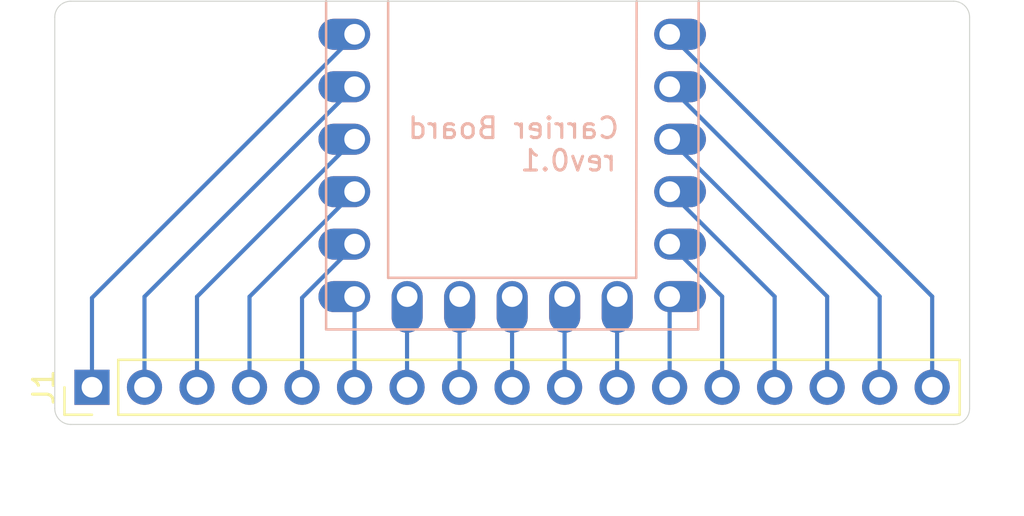
<source format=kicad_pcb>
(kicad_pcb (version 20240108) (generator "pcbnew") (generator_version "8.0")
  (title_block (title "Carrier Board") (rev "0.1"))
  (layers (0 "F.Cu" signal) (31 "B.Cu" signal) (34 "B.Paste" user) (35 "F.Paste" user) (36 "B.SilkS" user "B.Silkscreen") (37 "F.SilkS" user "F.Silkscreen") (38 "B.Mask" user) (39 "F.Mask" user) (44 "Edge.Cuts" user))
  (net 0 "")
  (net 1 "col2")
  (net 2 "col1")
  (net 3 "col0")
  (net 4 "col3")
  (net 5 "col4")
  (net 6 "col5")
  (net 7 "row4")
  (net 8 "row3")
  (net 9 "row0")
  (net 10 "row1")
  (net 11 "row2")
  (net 12 "col6")
  (net 13 "col7")
  (net 14 "col8")
  (net 15 "col11")
  (net 16 "col10")
  (net 17 "col9")
  (footprint "MountingHole:MountingHole_2.2mm_M2" (layer "F.Cu") (at 116.820504 65.804624)
    (property "Reference" "H2")
    (property "Value" "MountingHole")
    (pad "" np_thru_hole circle (at 0 0) (size 2.2 2.2) (drill 2.2) (layers "*.Cu" "*.Mask"))
  )
  (footprint "Connector_PinHeader_2.54mm:PinHeader_1x17_P2.54mm_Vertical" (layer "F.Cu") (at 116.120504 79.994624 90)
    (property "Reference" "J1" (at 0 -2.33 90) (layer "F.SilkS"))
    (property "Value" "Conn_01x17_Pin")
    (fp_line (start -1.33 -1.33) (end 0 -1.33) (stroke (width 0.12)) (layer "F.SilkS"))
    (fp_line (start -1.33 0) (end -1.33 -1.33) (stroke (width 0.12)) (layer "F.SilkS"))
    (fp_line (start 1.33 1.27) (end 1.33 41.97) (stroke (width 0.12)) (layer "F.SilkS"))
    (fp_line (start -1.33 1.27) (end 1.33 1.27) (stroke (width 0.12)) (layer "F.SilkS"))
    (fp_line (start -1.33 1.27) (end -1.33 41.97) (stroke (width 0.12)) (layer "F.SilkS"))
    (fp_line (start -1.33 41.97) (end 1.33 41.97) (stroke (width 0.12)) (layer "F.SilkS"))
    (pad "1" thru_hole rect (at 0 0 90) (size 1.7 1.7) (drill 1) (layers "*.Cu" "*.Mask") (net 1 "col2"))
    (pad "2" thru_hole oval (at 0 2.54 90) (size 1.7 1.7) (drill 1) (layers "*.Cu" "*.Mask") (net 2 "col1"))
    (pad "3" thru_hole oval (at 0 5.08 90) (size 1.7 1.7) (drill 1) (layers "*.Cu" "*.Mask") (net 3 "col0"))
    (pad "4" thru_hole oval (at 0 7.62 90) (size 1.7 1.7) (drill 1) (layers "*.Cu" "*.Mask") (net 4 "col3"))
    (pad "5" thru_hole oval (at 0 10.16 90) (size 1.7 1.7) (drill 1) (layers "*.Cu" "*.Mask") (net 5 "col4"))
    (pad "6" thru_hole oval (at 0 12.7 90) (size 1.7 1.7) (drill 1) (layers "*.Cu" "*.Mask") (net 6 "col5"))
    (pad "7" thru_hole oval (at 0 15.24 90) (size 1.7 1.7) (drill 1) (layers "*.Cu" "*.Mask") (net 7 "row4"))
    (pad "8" thru_hole oval (at 0 17.78 90) (size 1.7 1.7) (drill 1) (layers "*.Cu" "*.Mask") (net 8 "row3"))
    (pad "9" thru_hole oval (at 0 20.32 90) (size 1.7 1.7) (drill 1) (layers "*.Cu" "*.Mask") (net 9 "row0"))
    (pad "10" thru_hole oval (at 0 22.86 90) (size 1.7 1.7) (drill 1) (layers "*.Cu" "*.Mask") (net 10 "row1"))
    (pad "11" thru_hole oval (at 0 25.4 90) (size 1.7 1.7) (drill 1) (layers "*.Cu" "*.Mask") (net 11 "row2"))
    (pad "12" thru_hole oval (at 0 27.94 90) (size 1.7 1.7) (drill 1) (layers "*.Cu" "*.Mask") (net 12 "col6"))
    (pad "13" thru_hole oval (at 0 30.48 90) (size 1.7 1.7) (drill 1) (layers "*.Cu" "*.Mask") (net 13 "col7"))
    (pad "14" thru_hole oval (at 0 33.02 90) (size 1.7 1.7) (drill 1) (layers "*.Cu" "*.Mask") (net 14 "col8"))
    (pad "15" thru_hole oval (at 0 35.56 90) (size 1.7 1.7) (drill 1) (layers "*.Cu" "*.Mask") (net 15 "col11"))
    (pad "16" thru_hole oval (at 0 38.1 90) (size 1.7 1.7) (drill 1) (layers "*.Cu" "*.Mask") (net 16 "col10"))
    (pad "17" thru_hole oval (at 0 40.64 90) (size 1.7 1.7) (drill 1) (layers "*.Cu" "*.Mask") (net 17 "col9"))
  )
  (footprint "MountingHole:MountingHole_2.2mm_M2" (layer "F.Cu") (at 156.070504 65.804624)
    (property "Reference" "H1")
    (property "Value" "MountingHole")
    (pad "" np_thru_hole circle (at 0 0) (size 2.2 2.2) (drill 2.2) (layers "*.Cu" "*.Mask"))
  )
  (footprint "mcu:rp2040-zero-tht" (layer "B.Cu") (at 136.445504 65.444624 180)
    (property "Reference" "U1" (hide yes))
    (property "Value" "rp2040-zero" (hide yes))
    (fp_line (start 9 -11.75) (end 9 4.14) (stroke (width 0.12)) (layer "B.SilkS"))
    (fp_line (start 9 -11.75) (end -9 -11.75) (stroke (width 0.12)) (layer "B.SilkS"))
    (fp_line (start 6 -9.25) (end 6 4.14) (stroke (width 0.12)) (layer "B.SilkS"))
    (fp_line (start -6 -9.25) (end 6 -9.25) (stroke (width 0.12)) (layer "B.SilkS"))
    (fp_line (start -6.020098 4.14) (end -6 -9.25) (stroke (width 0.12)) (layer "B.SilkS"))
    (fp_line (start -9.020098 4.14) (end -9 -11.75) (stroke (width 0.12)) (layer "B.SilkS"))
    (pad "4" thru_hole oval (at 7.62 2.54) (size 2.5 1.5) (drill 1 (offset -0.5 0)) (layers "*.Cu" "*.Mask") (net 1 "col2"))
    (pad "5" thru_hole oval (at 7.62 0) (size 2.5 1.5) (drill 1 (offset -0.5 0)) (layers "*.Cu" "*.Mask") (net 2 "col1"))
    (pad "6" thru_hole oval (at 7.62 -2.54) (size 2.5 1.5) (drill 1 (offset -0.5 0)) (layers "*.Cu" "*.Mask") (net 3 "col0"))
    (pad "7" thru_hole oval (at 7.62 -5.08) (size 2.5 1.5) (drill 1 (offset -0.5 0)) (layers "*.Cu" "*.Mask") (net 4 "col3"))
    (pad "8" thru_hole oval (at 7.62 -7.62) (size 2.5 1.5) (drill 1 (offset -0.5 0)) (layers "*.Cu" "*.Mask") (net 5 "col4"))
    (pad "9" thru_hole oval (at 7.62 -10.16) (size 2.5 1.5) (drill 1 (offset -0.5 0)) (layers "*.Cu" "*.Mask") (net 6 "col5"))
    (pad "10" thru_hole oval (at 5.08 -10.16 90) (size 2.5 1.5) (drill 1 (offset -0.5 0)) (layers "*.Cu" "*.Mask") (net 7 "row4"))
    (pad "11" thru_hole oval (at 2.54 -10.16 90) (size 2.5 1.5) (drill 1 (offset -0.5 0)) (layers "*.Cu" "*.Mask") (net 8 "row3"))
    (pad "12" thru_hole oval (at 0 -10.16 90) (size 2.5 1.5) (drill 1 (offset -0.5 0)) (layers "*.Cu" "*.Mask") (net 9 "row0"))
    (pad "13" thru_hole oval (at -2.54 -10.16 90) (size 2.5 1.5) (drill 1 (offset -0.5 0)) (layers "*.Cu" "*.Mask") (net 10 "row1"))
    (pad "14" thru_hole oval (at -5.08 -10.16 90) (size 2.5 1.5) (drill 1 (offset -0.5 0)) (layers "*.Cu" "*.Mask") (net 11 "row2"))
    (pad "15" thru_hole oval (at -7.62 -10.16 180) (size 2.5 1.5) (drill 1 (offset -0.5 0)) (layers "*.Cu" "*.Mask") (net 12 "col6"))
    (pad "16" thru_hole oval (at -7.62 -7.62 180) (size 2.5 1.5) (drill 1 (offset -0.5 0)) (layers "*.Cu" "*.Mask") (net 13 "col7"))
    (pad "17" thru_hole oval (at -7.62 -5.08 180) (size 2.5 1.5) (drill 1 (offset -0.5 0)) (layers "*.Cu" "*.Mask") (net 14 "col8"))
    (pad "18" thru_hole oval (at -7.62 -2.54 180) (size 2.5 1.5) (drill 1 (offset -0.5 0)) (layers "*.Cu" "*.Mask") (net 15 "col11"))
    (pad "19" thru_hole oval (at -7.62 0 180) (size 2.5 1.5) (drill 1 (offset -0.5 0)) (layers "*.Cu" "*.Mask") (net 16 "col10"))
    (pad "20" thru_hole oval (at -7.62 2.54 180) (size 2.5 1.5) (drill 1 (offset -0.5 0)) (layers "*.Cu" "*.Mask") (net 17 "col9"))
  )
  (gr_arc (start 114.320504 62.079624) (mid 114.547496 61.531616) (end 115.095504 61.304624) (stroke (width 0.05)) (layer "Edge.Cuts"))
  (gr_line (start 158.570504 81.019624) (end 158.570504 62.079624) (stroke (width 0.05)) (layer "Edge.Cuts"))
  (gr_arc (start 157.795504 61.304624) (mid 158.343512 61.531616) (end 158.570504 62.079624) (stroke (width 0.05)) (layer "Edge.Cuts"))
  (gr_arc (start 158.570504 81.019624) (mid 158.343512 81.567632) (end 157.795504 81.794624) (stroke (width 0.05)) (layer "Edge.Cuts"))
  (gr_line (start 115.095504 81.794624) (end 157.795504 81.794624) (stroke (width 0.05)) (layer "Edge.Cuts"))
  (gr_line (start 114.320504 81.019624) (end 114.320504 62.079624) (stroke (width 0.05)) (layer "Edge.Cuts"))
  (gr_arc (start 115.095504 81.794624) (mid 114.547496 81.567632) (end 114.320504 81.019624) (stroke (width 0.05)) (layer "Edge.Cuts"))
  (gr_line (start 157.795504 61.304624) (end 115.095504 61.304624) (stroke (width 0.05)) (layer "Edge.Cuts"))
  (gr_text "${TITLE}" (at 141.704879 68.032749 0) (layer "B.SilkS") (effects (font (size 1 1)) (justify left bottom mirror)))
  (gr_text "rev${REVISION}" (at 141.570626 69.607027 0) (layer "B.SilkS") (effects (font (size 1 1)) (justify left bottom mirror)))
  (segment (start 128.825504 62.9597) (end 128.825504 62.904624) (width 0.2) (layer "B.Cu") (net 1))
  (segment (start 116.120504 79.994624) (end 116.120504 75.6647) (width 0.2) (layer "B.Cu") (net 1))
  (segment (start 116.120504 75.6647) (end 128.825504 62.9597) (width 0.2) (layer "B.Cu") (net 1))
  (segment (start 118.660504 75.609624) (end 128.825504 65.444624) (width 0.2) (layer "B.Cu") (net 2))
  (segment (start 118.660504 79.994624) (end 118.660504 75.609624) (width 0.2) (layer "B.Cu") (net 2))
  (segment (start 121.200504 75.609624) (end 128.825504 67.984624) (width 0.2) (layer "B.Cu") (net 3))
  (segment (start 121.200504 79.994624) (end 121.200504 75.609624) (width 0.2) (layer "B.Cu") (net 3))
  (segment (start 123.740504 79.994624) (end 123.740504 75.609624) (width 0.2) (layer "B.Cu") (net 4))
  (segment (start 123.740504 75.609624) (end 128.825504 70.524624) (width 0.2) (layer "B.Cu") (net 4))
  (segment (start 126.280504 79.994624) (end 126.280504 75.6647) (width 0.2) (layer "B.Cu") (net 5))
  (segment (start 128.825504 73.1197) (end 128.825504 73.064624) (width 0.2) (layer "B.Cu") (net 5))
  (segment (start 126.280504 75.6647) (end 128.825504 73.1197) (width 0.2) (layer "B.Cu") (net 5))
  (segment (start 128.820504 79.994624) (end 128.820504 75.609624) (width 0.2) (layer "B.Cu") (net 6))
  (segment (start 128.820504 75.609624) (end 128.825504 75.604624) (width 0.2) (layer "B.Cu") (net 6))
  (segment (start 131.360504 75.609624) (end 131.365504 75.604624) (width 0.2) (layer "B.Cu") (net 7))
  (segment (start 131.360504 79.994624) (end 131.360504 75.609624) (width 0.2) (layer "B.Cu") (net 7))
  (segment (start 133.900504 79.994624) (end 133.900504 75.609624) (width 0.2) (layer "B.Cu") (net 8))
  (segment (start 133.900504 75.609624) (end 133.905504 75.604624) (width 0.2) (layer "B.Cu") (net 8))
  (segment (start 136.440504 79.994624) (end 136.440504 75.609624) (width 0.2) (layer "B.Cu") (net 9))
  (segment (start 136.440504 75.609624) (end 136.445504 75.604624) (width 0.2) (layer "B.Cu") (net 9))
  (segment (start 138.980504 79.994624) (end 138.980504 75.609624) (width 0.2) (layer "B.Cu") (net 10))
  (segment (start 138.980504 75.609624) (end 138.985504 75.604624) (width 0.2) (layer "B.Cu") (net 10))
  (segment (start 141.520504 75.609624) (end 141.525504 75.604624) (width 0.2) (layer "B.Cu") (net 11))
  (segment (start 141.520504 79.994624) (end 141.520504 75.609624) (width 0.2) (layer "B.Cu") (net 11))
  (segment (start 144.060504 75.609624) (end 144.065504 75.604624) (width 0.2) (layer "B.Cu") (net 12))
  (segment (start 144.060504 79.994624) (end 144.060504 75.609624) (width 0.2) (layer "B.Cu") (net 12))
  (segment (start 146.600504 75.599624) (end 146.600504 79.994624) (width 0.2) (layer "B.Cu") (net 13))
  (segment (start 144.065504 73.064624) (end 146.600504 75.599624) (width 0.2) (layer "B.Cu") (net 13))
  (segment (start 149.140504 75.599624) (end 149.140504 79.994624) (width 0.2) (layer "B.Cu") (net 14))
  (segment (start 144.065504 70.524624) (end 149.140504 75.599624) (width 0.2) (layer "B.Cu") (net 14))
  (segment (start 151.680504 75.599624) (end 151.680504 79.994624) (width 0.2) (layer "B.Cu") (net 15))
  (segment (start 144.065504 67.984624) (end 151.680504 75.599624) (width 0.2) (layer "B.Cu") (net 15))
  (segment (start 154.220504 75.599624) (end 154.220504 79.994624) (width 0.2) (layer "B.Cu") (net 16))
  (segment (start 144.065504 65.444624) (end 154.220504 75.599624) (width 0.2) (layer "B.Cu") (net 16))
  (segment (start 144.065504 62.904624) (end 156.760504 75.599624) (width 0.2) (layer "B.Cu") (net 17))
  (segment (start 156.760504 75.599624) (end 156.760504 79.994624) (width 0.2) (layer "B.Cu") (net 17))
)
</source>
